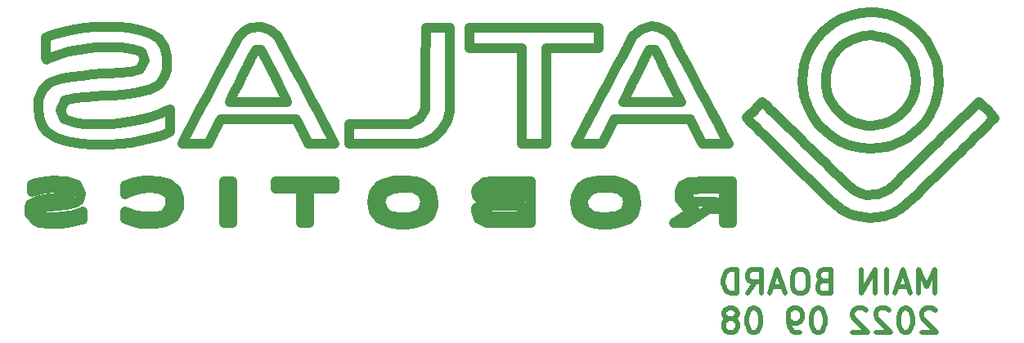
<source format=gbr>
%TF.GenerationSoftware,KiCad,Pcbnew,(6.0.6)*%
%TF.CreationDate,2022-09-09T15:05:40+03:00*%
%TF.ProjectId,main_board,6d61696e-5f62-46f6-9172-642e6b696361,rev?*%
%TF.SameCoordinates,Original*%
%TF.FileFunction,Legend,Bot*%
%TF.FilePolarity,Positive*%
%FSLAX46Y46*%
G04 Gerber Fmt 4.6, Leading zero omitted, Abs format (unit mm)*
G04 Created by KiCad (PCBNEW (6.0.6)) date 2022-09-09 15:05:40*
%MOMM*%
%LPD*%
G01*
G04 APERTURE LIST*
%ADD10C,1.000000*%
%ADD11C,0.500000*%
G04 APERTURE END LIST*
D10*
X100770026Y-50689175D02*
X99517200Y-50689175D01*
X58461542Y-55040722D02*
X58672058Y-54941225D01*
X135243221Y-48798209D02*
X134249428Y-48605450D01*
X134137411Y-48568997D01*
X99517200Y-50689175D02*
X99517200Y-45729225D01*
X142584551Y-45297925D02*
X142681013Y-44332635D01*
X60367854Y-54528433D02*
X59338416Y-54700499D01*
X58672058Y-54941225D01*
X58461542Y-55474993D02*
X58476941Y-55901596D01*
X89491291Y-47117988D02*
X89545864Y-46920434D01*
X136116092Y-58349950D02*
X136444702Y-58307241D01*
X140026359Y-53002276D02*
X139281955Y-53730716D01*
X138988779Y-54018914D01*
X60476244Y-42055115D02*
X59991630Y-42948681D01*
X138365013Y-50637708D02*
X138580662Y-50545295D01*
X96200298Y-57146009D02*
X97247233Y-57108367D01*
X97961439Y-57102657D01*
X63138396Y-56296066D02*
X63136809Y-57239354D01*
X50246312Y-40832824D02*
X50246312Y-39680236D01*
X137594835Y-50915095D02*
X137851560Y-50832217D01*
X88878111Y-57996499D02*
X87985057Y-58268850D01*
X61768172Y-58217910D02*
X60722089Y-58261872D01*
X60343240Y-58239235D01*
X77500353Y-57148408D02*
X77500353Y-58924953D01*
X131700635Y-41570260D02*
X131780066Y-41452619D01*
X87132726Y-59054512D02*
X87564029Y-59045648D01*
X99517200Y-57092259D02*
X97961439Y-57102657D01*
X51838005Y-58994084D02*
X52879769Y-58858099D01*
X53883282Y-58585722D01*
X53927756Y-58567186D01*
X59991630Y-42948681D02*
X59023431Y-43199583D01*
X57888235Y-43326917D01*
X56822940Y-43408299D01*
X56181813Y-43450035D01*
X50289129Y-49434611D02*
X51139709Y-50022814D01*
X131146730Y-45513576D02*
X131086508Y-45297925D01*
X99517194Y-55348474D02*
X97889552Y-55356835D01*
X146826708Y-46338309D02*
X147206663Y-46724116D01*
X81628506Y-50689170D02*
X81628506Y-49672535D01*
X61542258Y-59014536D02*
X62608198Y-58813024D01*
X63499971Y-58308437D01*
X64005015Y-57402607D01*
X50533837Y-44448162D02*
X49867137Y-45129504D01*
X75313048Y-55371864D02*
X74008877Y-55371864D01*
X89551526Y-42787143D02*
X89557188Y-38653851D01*
X69131079Y-54611954D02*
X69572648Y-54611954D01*
X141693162Y-54679944D02*
X142429266Y-53959146D01*
X142730731Y-53663309D01*
X134935151Y-55934751D02*
X134751334Y-55882165D01*
X120897361Y-50682111D02*
X120897361Y-50682111D01*
X118772056Y-57487292D02*
X117692982Y-58206411D01*
X51006192Y-58996872D02*
X51837987Y-58994094D01*
X133127798Y-57789750D02*
X133271565Y-57859344D01*
X64335438Y-50682106D02*
X65350814Y-50688946D01*
X65687747Y-50689170D01*
X70773068Y-39018587D02*
X70185767Y-39629417D01*
X133785015Y-50953999D02*
X134616809Y-51122063D01*
X74008877Y-55371864D02*
X74008877Y-54991909D01*
X105748555Y-58502623D02*
X106722929Y-58912310D01*
X107722170Y-59038864D01*
X97879281Y-56373375D02*
X99517194Y-56380678D01*
X50246312Y-54579635D02*
X49228268Y-54777539D01*
X48940725Y-54871515D01*
X132665690Y-47763844D02*
X131976067Y-47075049D01*
X123136015Y-48391928D02*
X122756060Y-48021151D01*
X123136015Y-48391928D02*
X123866658Y-49107977D01*
X123999030Y-49238166D01*
X88693622Y-50674507D02*
X89475270Y-50493124D01*
X118848685Y-56743085D02*
X120383908Y-56750070D01*
X128742620Y-42515021D02*
X128701403Y-42699864D01*
X74008877Y-54611954D02*
X77058784Y-54611954D01*
X48821210Y-55700471D02*
X49022164Y-55629912D01*
X121287579Y-56768459D02*
X121287579Y-58924958D01*
X139535683Y-38248186D02*
X138639479Y-37745091D01*
X137831023Y-37421017D01*
X137985058Y-57853211D02*
X138210978Y-57742623D01*
X51493674Y-58287691D02*
X50491076Y-58281742D01*
X50061468Y-58247540D01*
X128619171Y-43203046D02*
X128557093Y-44250227D01*
X128622425Y-45072013D01*
X116130625Y-55043103D02*
X115821243Y-55593746D01*
X50615987Y-41820519D02*
X51610421Y-41441055D01*
X52595685Y-41160152D01*
X53662363Y-40933148D01*
X54785597Y-40765944D01*
X55278136Y-40714053D01*
X57106029Y-48645470D02*
X56028430Y-48678662D01*
X54999478Y-48669455D01*
X54230693Y-48636315D01*
X86783579Y-58299745D02*
X85765968Y-58113300D01*
X85239727Y-57793134D01*
X108885127Y-54508936D02*
X107841178Y-54491409D01*
X107444908Y-54509465D01*
X137153264Y-37234263D02*
X136137829Y-37092772D01*
X135612907Y-37086655D01*
X136393357Y-51150852D02*
X137173804Y-51021018D01*
X137831023Y-37421017D02*
X137729360Y-37378006D01*
X108523156Y-59046519D02*
X108523156Y-59046378D01*
X147492022Y-48993614D02*
X148226253Y-48274050D01*
X148459489Y-48024644D01*
X120383903Y-58924958D02*
X120383903Y-58206125D01*
X142441073Y-45985952D02*
X142584551Y-45297925D01*
X88553523Y-54603275D02*
X87489398Y-54490100D01*
X86414097Y-54517311D01*
X86054477Y-54562932D01*
X139325131Y-41262812D02*
X139714068Y-41850983D01*
X128868305Y-46201609D02*
X128909207Y-46319425D01*
X77058784Y-54611954D02*
X80108692Y-54611954D01*
X78804524Y-55371864D02*
X77500353Y-55371864D01*
X52065298Y-48058524D02*
X51725404Y-47189275D01*
X70185767Y-39629417D02*
X69618210Y-40689027D01*
X69025299Y-41805047D01*
X68554060Y-42693388D01*
X68041662Y-43660135D01*
X67504919Y-44673525D01*
X66960642Y-45701795D01*
X66425645Y-46713183D01*
X65916739Y-47675927D01*
X65239078Y-48959353D01*
X64714691Y-49954665D01*
X64335438Y-50682106D01*
X89545864Y-46920434D02*
X89551526Y-42787143D01*
X140244248Y-38790881D02*
X140059405Y-38632980D01*
X104723610Y-40769274D02*
X102022849Y-40769274D01*
X72455175Y-38547525D02*
X71415331Y-38680339D01*
X70773068Y-39018587D01*
X99517200Y-40769274D02*
X96816442Y-40769274D01*
X85239727Y-57793134D02*
X84894362Y-56813265D01*
X84894076Y-56768229D01*
X120383908Y-55369720D02*
X118828148Y-55377367D01*
X139326372Y-56984986D02*
X140069219Y-56275853D01*
X140358186Y-55991060D01*
X137728333Y-57964140D02*
X137985058Y-57853211D01*
X95563616Y-56686655D02*
X95585153Y-56766435D01*
X102022849Y-45729225D02*
X102022849Y-50689175D01*
X139714068Y-41850983D02*
X139773864Y-41960645D01*
X105103565Y-50678891D02*
X106117490Y-50688792D01*
X106453942Y-50689104D01*
X115944872Y-58920109D02*
X115275836Y-58914685D01*
X132306275Y-37889893D02*
X131710668Y-38243961D01*
X126472371Y-51664747D02*
X127224127Y-52402888D01*
X127510993Y-52684665D01*
X81628506Y-48655900D02*
X84683550Y-48655635D01*
X112725639Y-40932503D02*
X113272668Y-40931710D01*
X112867744Y-38539204D02*
X111841548Y-38826180D01*
X111040398Y-39505918D01*
X110954497Y-39624006D01*
X70566573Y-43684305D02*
X71042976Y-42721478D01*
X71510743Y-41784050D01*
X71959906Y-40931710D01*
X120383903Y-57487292D02*
X119577980Y-57487292D01*
X110015591Y-46356949D02*
X110500447Y-45369868D01*
X110946807Y-44463982D01*
X111336875Y-43672957D01*
X117055045Y-57750841D02*
X116188702Y-58317644D01*
X115966036Y-58463282D01*
X87985057Y-58268850D02*
X87132726Y-58315668D01*
X60197931Y-41270255D02*
X60476244Y-42055115D01*
X90809527Y-38653851D02*
X92061869Y-38653851D01*
X110324614Y-56000442D02*
X110477503Y-56665753D01*
X95708255Y-57381379D02*
X96200298Y-57146009D01*
X60972517Y-55269160D02*
X61953013Y-55352750D01*
X142657476Y-50424322D02*
X141934273Y-51131795D01*
X141611485Y-51448926D01*
X119327001Y-54611954D02*
X121287585Y-54611954D01*
X136137642Y-48779384D02*
X135892897Y-48810721D01*
X142164189Y-46797207D02*
X142246218Y-46591824D01*
X58650653Y-58587043D02*
X59610767Y-58899308D01*
X60042978Y-58977161D01*
X73894937Y-43672608D02*
X74349541Y-44594744D01*
X74831207Y-45573112D01*
X75220631Y-46368233D01*
X134519480Y-55814324D02*
X133815823Y-55466600D01*
X109095410Y-48142463D02*
X108449866Y-49415744D01*
X138057022Y-48129818D02*
X137331784Y-48492983D01*
X135892897Y-48810721D02*
X135243303Y-48798206D01*
X80129237Y-50678886D02*
X80129237Y-50678886D01*
X76617216Y-57148408D02*
X76617216Y-55371864D01*
X61870865Y-54559212D02*
X60871125Y-54512721D01*
X60367854Y-54528433D01*
X55278136Y-40714053D02*
X56321163Y-40677907D01*
X57337984Y-40679427D01*
X58030242Y-40703999D01*
X48808642Y-54924392D02*
X48940725Y-54871515D01*
X139852940Y-46142408D02*
X139316524Y-47007266D01*
X138612454Y-47732159D01*
X138057022Y-48129818D01*
X138560125Y-57548736D02*
X138714160Y-57447456D01*
X116904577Y-55516538D02*
X117928017Y-55383156D01*
X118828148Y-55377367D01*
X117547723Y-49415942D02*
X116902701Y-48142711D01*
X58718265Y-57793283D02*
X58476943Y-57675776D01*
X113272668Y-40931710D02*
X113772603Y-41885442D01*
X114263003Y-42869575D01*
X114666001Y-43684202D01*
X85125118Y-50685889D02*
X81628506Y-50689170D01*
X119327001Y-54611954D02*
X118223648Y-54613595D01*
X117176104Y-54637389D01*
X116753365Y-54705518D01*
X140265068Y-49456889D02*
X140459659Y-49272048D01*
X99517200Y-45729225D02*
X99517200Y-40769274D01*
X50246312Y-39680236D02*
X50364406Y-39627465D01*
X134675528Y-55864782D02*
X134607980Y-55846579D01*
X134607980Y-55846579D02*
X134519480Y-55814324D01*
X63136809Y-57239354D02*
X62466226Y-58017124D01*
X61768172Y-58217910D01*
X137579153Y-37341626D02*
X137153264Y-37234263D01*
X105271350Y-57994374D02*
X105748555Y-58502623D01*
X138395821Y-57639793D02*
X138560125Y-57548736D01*
X136774050Y-55803171D02*
X136496047Y-55886015D01*
X107321678Y-55277841D02*
X108351961Y-55227172D01*
X108512888Y-55232206D01*
X94115681Y-39711562D02*
X94115681Y-38653851D01*
X89239317Y-55828135D02*
X89508303Y-56665753D01*
X138988779Y-54018914D02*
X138264877Y-54730160D01*
X137517033Y-55401324D01*
X137341208Y-55519078D01*
X121287585Y-56768454D02*
X121287579Y-56768459D01*
X143694650Y-49407610D02*
X142957868Y-50130923D01*
X142657476Y-50424322D01*
X131465704Y-41964241D02*
X131582851Y-41755104D01*
X141144228Y-48533377D02*
X141727157Y-47689732D01*
X141750325Y-47649539D01*
X112998752Y-46376173D02*
X111892085Y-46375149D01*
X110812403Y-46371020D01*
X110015591Y-46356938D01*
X102022849Y-50689175D02*
X100770026Y-50689175D01*
X121287585Y-54611954D02*
X121287585Y-56768454D01*
X137471605Y-58061499D02*
X137728333Y-57964140D01*
X134450085Y-58247210D02*
X134522573Y-58262503D01*
X142567287Y-42853892D02*
X142409275Y-42165864D01*
X137173804Y-51021018D02*
X137327839Y-50987355D01*
X132536258Y-37773720D02*
X132306275Y-37889893D01*
X88693612Y-50674512D02*
X88693612Y-50674512D01*
X61886126Y-39791818D02*
X61032820Y-39227050D01*
X59966955Y-38880108D01*
X58903606Y-38704612D01*
X57805841Y-38613213D01*
X90398121Y-56768443D02*
X90223738Y-55778657D01*
X90077435Y-55509561D01*
X137255957Y-58126155D02*
X137471605Y-58061499D01*
X86742503Y-59039113D02*
X87132726Y-59054512D01*
X108112396Y-59054660D02*
X108523156Y-59046378D01*
X137662330Y-37359962D02*
X137579153Y-37341626D01*
X105873743Y-56768443D02*
X105924006Y-56246282D01*
X136393357Y-55915723D02*
X136146897Y-55967528D01*
X52098961Y-54547798D02*
X51084290Y-54537431D01*
X50246312Y-54579635D01*
X107722170Y-59038864D02*
X108112396Y-59054660D01*
X141779676Y-40670098D02*
X141681915Y-40492731D01*
X120383903Y-58206125D02*
X120383903Y-57487292D01*
X115046519Y-39629600D02*
X114459731Y-39018579D01*
X74008877Y-54991909D02*
X74008877Y-54611954D01*
X129511655Y-40579613D02*
X129074538Y-41486502D01*
X128889009Y-41991300D01*
X87564029Y-59045648D02*
X87564029Y-59045648D01*
X49355330Y-57702935D02*
X49582109Y-57315540D01*
X110116636Y-57793547D02*
X109199311Y-58224677D01*
X109015458Y-58258153D01*
X51139709Y-50022814D02*
X52102579Y-50376331D01*
X52821274Y-50534889D01*
X56900646Y-50749315D02*
X56900646Y-50749315D01*
X137000972Y-58206019D02*
X137255957Y-58126155D01*
X77428476Y-50689016D02*
X76782932Y-49415738D01*
X107444908Y-54509465D02*
X106444994Y-54699674D01*
X106038047Y-54863649D01*
X139994900Y-42453400D02*
X140224645Y-43254384D01*
X75220631Y-46368233D02*
X74130333Y-46374352D01*
X73118428Y-46375812D01*
X72232337Y-46376171D01*
X60983894Y-45063985D02*
X61880949Y-44586430D01*
X62077396Y-44407271D01*
X54004773Y-58534179D02*
X53927756Y-58567186D01*
X88922492Y-48085781D02*
X88030793Y-48592295D01*
X87923880Y-48617123D01*
X132696498Y-40468617D02*
X133587534Y-39915387D01*
X134561710Y-39564532D01*
X134822192Y-39516300D01*
X111336875Y-43672957D02*
X111831033Y-42673185D01*
X112298220Y-41736116D01*
X112725639Y-40932503D01*
X52821274Y-50534889D02*
X53935303Y-50679318D01*
X54982696Y-50746863D01*
X56084823Y-50767323D01*
X56900646Y-50749315D01*
X137341208Y-55519078D02*
X136774050Y-55803171D01*
X94858504Y-56146709D02*
X95563616Y-56686655D01*
X124415246Y-46334835D02*
X124776860Y-46691538D01*
X92061869Y-38653851D02*
X92061869Y-42864970D01*
X138426627Y-40379014D02*
X139177566Y-41087701D01*
X139325131Y-41262812D01*
X94793096Y-55560636D02*
X94858504Y-56146709D01*
X89978576Y-58163316D02*
X90367586Y-57232570D01*
X90398121Y-56768443D01*
X48510428Y-57992016D02*
X49181568Y-58746148D01*
X49527449Y-58861890D01*
X86783579Y-58299740D02*
X86783579Y-58299740D01*
X84811923Y-55008813D02*
X84196941Y-55744751D01*
X136496047Y-55886015D02*
X136393357Y-55915723D01*
X136146897Y-55967528D02*
X135185568Y-55989250D01*
X55298684Y-38613039D02*
X54213324Y-38699441D01*
X53193100Y-38835560D01*
X52095723Y-39055031D01*
X51110345Y-39337374D01*
X50364406Y-39627465D01*
X49512410Y-56512734D02*
X48627744Y-56990543D01*
X48510163Y-57276424D01*
X76617216Y-55371864D02*
X75313048Y-55371864D01*
X131259927Y-56357704D02*
X132011096Y-57063949D01*
X132316551Y-57305222D01*
X89508303Y-56665753D02*
X89258414Y-57669185D01*
X88878111Y-57996499D01*
X138714160Y-57447456D02*
X139326372Y-56984986D01*
X99517194Y-56380678D02*
X99517194Y-55864576D01*
X85261267Y-55742786D02*
X86182247Y-55306315D01*
X87204611Y-55226303D01*
X48808642Y-55312430D02*
X48808642Y-54924392D01*
X117404192Y-57480537D02*
X117055045Y-57750841D01*
X63062075Y-48293751D02*
X63062075Y-49452185D01*
X131582851Y-41755104D02*
X131700635Y-41570260D01*
X60343240Y-58239235D02*
X59318944Y-58026450D01*
X58718265Y-57793283D01*
X95700252Y-55823034D02*
X95770157Y-55585644D01*
X53997339Y-57754280D02*
X53838168Y-57817124D01*
X128701403Y-42699864D02*
X128619171Y-43203046D01*
X49424947Y-46967707D02*
X49521993Y-47996441D01*
X49901505Y-48952896D01*
X50289129Y-49434611D01*
X53008149Y-55792892D02*
X52102530Y-56279555D01*
X51622367Y-56316082D01*
X114666001Y-43684202D02*
X115119598Y-44603192D01*
X115600197Y-45578002D01*
X115988756Y-46369559D01*
X145243196Y-51200273D02*
X145962941Y-50496374D01*
X146331715Y-50133479D01*
X72496889Y-40919883D02*
X72997163Y-41860921D01*
X73449275Y-42770367D01*
X73894937Y-43672608D01*
X131710668Y-38243961D02*
X130981567Y-38799806D01*
X117116344Y-57439733D02*
X117404192Y-57480537D01*
X136444702Y-58307241D02*
X136720937Y-58264693D01*
X108449866Y-49415744D02*
X107804323Y-50689022D01*
X140224645Y-43254384D02*
X140294572Y-44253844D01*
X140222264Y-45010391D01*
X87564029Y-59045656D02*
X88568568Y-58930070D01*
X89534442Y-58562253D01*
X89978576Y-58163316D01*
X110954497Y-39624006D02*
X110389116Y-40678701D01*
X109796532Y-41793914D01*
X109325294Y-42682199D01*
X108812756Y-43649209D01*
X108275761Y-44663127D01*
X107731147Y-45692132D01*
X107195756Y-46704407D01*
X106686428Y-47668132D01*
X106008144Y-48953085D01*
X105483229Y-49949821D01*
X105103565Y-50678891D01*
X87204611Y-55226303D02*
X88217291Y-55304394D01*
X88615181Y-55413065D01*
X69572648Y-54611954D02*
X69572648Y-56768454D01*
X96079048Y-56320842D02*
X96079048Y-56320842D01*
X111369300Y-56777285D02*
X111196606Y-55780204D01*
X111018748Y-55466516D01*
X118192743Y-50689175D02*
X117547723Y-49415942D01*
X53889796Y-55875046D02*
X53482595Y-54923885D01*
X52444338Y-54583082D01*
X52098961Y-54547798D01*
X68689511Y-54611954D02*
X69131079Y-54611954D01*
X63062075Y-49452185D02*
X62800214Y-49570210D01*
X129705664Y-54834987D02*
X130442985Y-55558387D01*
X130630525Y-55741561D01*
X133494389Y-57958690D02*
X133695911Y-58041827D01*
X98329559Y-54611954D02*
X100400339Y-54611954D01*
X58476943Y-57675776D02*
X58461545Y-58081845D01*
X134751334Y-55882165D02*
X134675528Y-55864782D01*
X124041369Y-46720063D02*
X124415246Y-46334835D01*
X53838168Y-57817124D02*
X52849935Y-58106140D01*
X51816966Y-58262624D01*
X51493674Y-58287691D01*
X132511655Y-54272483D02*
X131788773Y-53562559D01*
X131536096Y-53316411D01*
X114459731Y-39018579D02*
X113539815Y-38600522D01*
X112867744Y-38539204D01*
X131525825Y-49884477D02*
X132379401Y-50405617D01*
X133014837Y-50699676D01*
X95620020Y-54705217D02*
X94836827Y-55365025D01*
X94793096Y-55560636D01*
X60042978Y-58977161D02*
X61085071Y-59020956D01*
X61542260Y-59014528D01*
X130962411Y-43619318D02*
X131144950Y-42751202D01*
X62756261Y-41672948D02*
X62492376Y-40656932D01*
X61886126Y-39791818D01*
X58650653Y-58587043D02*
X58461545Y-58495000D01*
X89557188Y-38653851D02*
X90809527Y-38653851D01*
X133695911Y-58041827D02*
X134052011Y-58148753D01*
X58810689Y-45501569D02*
X59834825Y-45348876D01*
X60841359Y-45111536D01*
X60983894Y-45063985D01*
X128909207Y-46319425D02*
X128927754Y-46384039D01*
X134522573Y-58262503D02*
X135543561Y-58359141D01*
X136116092Y-58349958D01*
X72233745Y-48142582D02*
X68330098Y-48142706D01*
X76617216Y-58924953D02*
X76617216Y-57148408D01*
X134616809Y-51122063D02*
X135637058Y-51175086D01*
X136393354Y-51150860D01*
X141386087Y-40050441D02*
X140723107Y-39249826D01*
X140244248Y-38790881D01*
X138026135Y-50771328D02*
X138365013Y-50637708D01*
X130962493Y-44649910D02*
X130959841Y-43638587D01*
X130962411Y-43619318D01*
X53720449Y-56522756D02*
X53889796Y-55875046D01*
X102022849Y-40769274D02*
X102022849Y-45729225D01*
X49582109Y-57315540D02*
X50608158Y-57169935D01*
X51375905Y-57117436D01*
X81628506Y-49672535D02*
X81628506Y-48655900D01*
X107804323Y-50689022D02*
X106453942Y-50689104D01*
X133148335Y-50751236D02*
X133785015Y-50953999D01*
X128742607Y-45739501D02*
X128806263Y-45985960D01*
X142409275Y-42165864D02*
X142306188Y-41847525D01*
X99517194Y-55864576D02*
X99517194Y-55348474D01*
X77058784Y-58924953D02*
X76617216Y-58924953D01*
X133014837Y-50699676D02*
X133148335Y-50751236D01*
X96120238Y-55398901D02*
X97210271Y-55360906D01*
X97889552Y-55356835D01*
X78778856Y-50689098D02*
X79819879Y-50685404D01*
X80129237Y-50678886D01*
X92040067Y-47275526D02*
X92055764Y-46215057D01*
X92059764Y-45115589D01*
X92061344Y-44090965D01*
X92061869Y-42864970D01*
X69244043Y-46369635D02*
X69244043Y-46369635D01*
X137729360Y-37378006D02*
X137662330Y-37359962D01*
X136804834Y-58247204D02*
X137000972Y-58206019D01*
X128701655Y-45554660D02*
X128742607Y-45739501D01*
X69572648Y-56768454D02*
X69572648Y-58924953D01*
X57805841Y-38613213D02*
X56742920Y-38593251D01*
X55671023Y-38600752D01*
X55298684Y-38613039D01*
X94115681Y-40769274D02*
X94115681Y-39711562D01*
X94115681Y-38653851D02*
X100770026Y-38653851D01*
X51837987Y-58994094D02*
X51837987Y-58994094D01*
X120383908Y-56750070D02*
X120383908Y-56059894D01*
X136773391Y-48676360D02*
X136137642Y-48779384D01*
X56900646Y-50749304D02*
X57963674Y-50680716D01*
X58993421Y-50565495D01*
X60166924Y-50369322D01*
X61251413Y-50114210D01*
X62224476Y-49804636D01*
X62800214Y-49570210D01*
X129113341Y-46879366D02*
X129623205Y-47859773D01*
X130269379Y-48739744D01*
X131043521Y-49508888D01*
X131525825Y-49884477D01*
X115275836Y-58914685D02*
X115966036Y-58463282D01*
X128660761Y-53811364D02*
X129402366Y-54537243D01*
X129705664Y-54834987D01*
X142196288Y-41544588D02*
X142122755Y-41364880D01*
X116613905Y-58925533D02*
X115944872Y-58920109D01*
X127510993Y-52684665D02*
X128242534Y-53402460D01*
X128660761Y-53811364D01*
X99517200Y-57650299D02*
X99517200Y-57092259D01*
X61953013Y-55352750D02*
X62884573Y-55802444D01*
X63138396Y-56296066D01*
X74278275Y-39624012D02*
X73548530Y-38918904D01*
X72595580Y-38565909D01*
X72455175Y-38547525D01*
X77500353Y-58924953D02*
X77058784Y-58924953D01*
X62851562Y-47247137D02*
X61900917Y-47661059D01*
X60899569Y-47979874D01*
X59772244Y-48254239D01*
X58768144Y-48441239D01*
X57732270Y-48583813D01*
X57106029Y-48645470D01*
X142348273Y-46283754D02*
X142441073Y-45985952D01*
X105924006Y-56246282D02*
X106622115Y-55479213D01*
X107321678Y-55277841D01*
X136023670Y-39471958D02*
X137039330Y-39667654D01*
X137115603Y-39693010D01*
X134137411Y-48568997D02*
X133191216Y-48135296D01*
X132665690Y-47763844D01*
X51779945Y-55248028D02*
X52792878Y-55404992D01*
X53008149Y-55792892D01*
X68330098Y-48142706D02*
X67685076Y-49415937D01*
X58769607Y-55755848D02*
X59740455Y-55406931D01*
X60745448Y-55273462D01*
X60972517Y-55269160D01*
X140358186Y-55991060D02*
X141095845Y-55265436D01*
X141693162Y-54679944D01*
X97848481Y-58200590D02*
X99517200Y-58208342D01*
X52213343Y-46224477D02*
X53243716Y-45974265D01*
X54302608Y-45861433D01*
X55414882Y-45775295D01*
X56089391Y-45729682D01*
X130563014Y-52364760D02*
X129825974Y-51641401D01*
X129545893Y-51366945D01*
X54004773Y-58144229D02*
X53997339Y-57754280D01*
X89475270Y-50493124D02*
X90450864Y-49993425D01*
X91227858Y-49260071D01*
X91769757Y-48338844D01*
X92040067Y-47275526D01*
X97848481Y-58200590D02*
X96843296Y-58193987D01*
X96055421Y-58162718D01*
X119545052Y-50689175D02*
X120587561Y-50686603D01*
X120897361Y-50682111D01*
X95008306Y-58485983D02*
X95851144Y-58867959D01*
X95770157Y-55585644D02*
X96120238Y-55398901D01*
X142730731Y-53663309D02*
X143496206Y-52910911D01*
X144260211Y-52161032D01*
X145018598Y-51418685D01*
X145243196Y-51200273D01*
X56181813Y-43450035D02*
X54990108Y-43532235D01*
X53971044Y-43620611D01*
X52914192Y-43744326D01*
X51920549Y-43919926D01*
X50872660Y-44259882D01*
X50533837Y-44448162D01*
X104973869Y-56778571D02*
X105164906Y-57794644D01*
X105271350Y-57994374D01*
X117692982Y-58206411D02*
X116613905Y-58925533D01*
X131780066Y-41452619D02*
X132443357Y-40695988D01*
X132696498Y-40468617D01*
X120383908Y-56059894D02*
X120383908Y-55369720D01*
X51725404Y-47189275D02*
X52153747Y-46257414D01*
X52213343Y-46224477D01*
X50271976Y-41974099D02*
X50615987Y-41820519D01*
X96055421Y-58162712D02*
X95686173Y-57908787D01*
X76137389Y-48142460D02*
X72233745Y-48142582D01*
X100400334Y-58926702D02*
X98238699Y-58919214D01*
X96816442Y-40769274D02*
X94115681Y-40769274D01*
X140459659Y-49272048D02*
X141144228Y-48533377D01*
X119577980Y-57487292D02*
X118772056Y-57487292D01*
X132717260Y-37688569D02*
X132536258Y-37773720D01*
X128889009Y-41991300D02*
X128742620Y-42515021D01*
X108523156Y-59046519D02*
X109530008Y-58933302D01*
X110512707Y-58553856D01*
X111088014Y-57961531D01*
X87132726Y-58315668D02*
X86783579Y-58299740D01*
X133815823Y-55466600D02*
X133012110Y-54763171D01*
X132511655Y-54272483D01*
X128806263Y-45985960D02*
X128868305Y-46201609D01*
X68689511Y-58924953D02*
X68689511Y-56768454D01*
X141611485Y-51448926D02*
X140886470Y-52161744D01*
X140165750Y-52866228D01*
X140026359Y-53002276D01*
X138210978Y-57742623D02*
X138395821Y-57639793D01*
X140159997Y-45278726D02*
X140141635Y-45333620D01*
X112999054Y-48142587D02*
X109095410Y-48142463D01*
X107424368Y-38653851D02*
X107424368Y-39711562D01*
X111088014Y-57961531D02*
X111365064Y-56959049D01*
X111369300Y-56777285D01*
X95638517Y-57633154D02*
X95708255Y-57381379D01*
X116753365Y-54705518D02*
X116130625Y-55043103D01*
X68689511Y-56768454D02*
X68689511Y-54611954D01*
X71959906Y-40931710D02*
X72496889Y-40919883D01*
X99517200Y-58208342D02*
X99517200Y-57650299D01*
X98329559Y-54611954D02*
X97298624Y-54613112D01*
X96285107Y-54625993D01*
X95620020Y-54705217D01*
X49867137Y-45129504D02*
X49496438Y-46121515D01*
X49424947Y-46967707D01*
X72232337Y-46376171D02*
X71207595Y-46375773D01*
X70121854Y-46374252D01*
X69244043Y-46369635D01*
X134052011Y-58148753D02*
X134450085Y-58247210D01*
X100400339Y-56769332D02*
X100400334Y-58926702D01*
X80129237Y-50678899D02*
X79595147Y-49656222D01*
X79012791Y-48551477D01*
X78296010Y-47194312D01*
X77771543Y-46202334D01*
X77229433Y-45177716D01*
X76686520Y-44152277D01*
X76159646Y-43157837D01*
X75665650Y-42226214D01*
X75023143Y-41016164D01*
X74549342Y-40126434D01*
X74278275Y-39624012D01*
X137851560Y-50832217D02*
X138026135Y-50771328D01*
X108512888Y-55232206D02*
X109510972Y-55387732D01*
X110324614Y-56000442D01*
X51622367Y-56316082D02*
X50576952Y-56386246D01*
X49549006Y-56505480D01*
X49512410Y-56512734D01*
X133271565Y-57859344D02*
X133494389Y-57958690D01*
X63062075Y-47135318D02*
X63062075Y-48293751D01*
X135185568Y-55989250D02*
X134935151Y-55934751D01*
X142306188Y-41847525D02*
X142196288Y-41544588D01*
X86054477Y-54562932D02*
X85095813Y-54849304D01*
X84811923Y-55008813D01*
X54230693Y-48636315D02*
X53191793Y-48514469D01*
X52208245Y-48171993D01*
X52065298Y-48058524D01*
X142122755Y-41364880D02*
X141779676Y-40670098D01*
X107752978Y-58299740D02*
X107752978Y-58299740D01*
X107424368Y-40769274D02*
X104723610Y-40769274D01*
X62851562Y-47247137D02*
X63062075Y-47135318D01*
X140141635Y-45333620D02*
X140121553Y-45440233D01*
X131300503Y-45934607D02*
X131206693Y-45708688D01*
X95686173Y-57908787D02*
X95638517Y-57633154D01*
X139773864Y-41960645D02*
X139956231Y-42360978D01*
X139974728Y-45851176D02*
X139936260Y-45950755D01*
X141681915Y-40492731D02*
X141386087Y-40050441D01*
X130981567Y-38799806D02*
X130774922Y-38994917D01*
X106012390Y-57525434D02*
X105873743Y-56768443D01*
X122756060Y-48021151D02*
X123211773Y-47563221D01*
X97879281Y-56373375D02*
X96855967Y-56367710D01*
X96079048Y-56320842D01*
X136720937Y-58264693D02*
X136804834Y-58247204D01*
X132632276Y-57514999D02*
X132891610Y-57670344D01*
X133322608Y-37449751D02*
X132856962Y-37629321D01*
X67685076Y-49415937D02*
X67040056Y-50689170D01*
X121287579Y-58924958D02*
X120835740Y-58924958D01*
X115821243Y-55593746D02*
X115821468Y-56466829D01*
X132316551Y-57305222D02*
X132417241Y-57382239D01*
X109015458Y-58258153D02*
X108102125Y-58315668D01*
X88615181Y-55413065D02*
X89239317Y-55828135D01*
X123999030Y-49238166D02*
X124740973Y-49966899D01*
X125501402Y-50713008D01*
X126254851Y-51451736D01*
X126472371Y-51664747D01*
X146331715Y-50133479D02*
X147072809Y-49404380D01*
X147492022Y-48993614D01*
X76782932Y-49415738D02*
X76137389Y-48142460D01*
X137327839Y-50987355D02*
X137451068Y-50956820D01*
X137331784Y-48492983D02*
X136773391Y-48676360D01*
X62077396Y-44407271D02*
X62610475Y-43545936D01*
X62747054Y-42946311D01*
X129545893Y-51366945D02*
X128830200Y-50666130D01*
X128434550Y-50278425D01*
X49527449Y-58861890D02*
X50550804Y-58989955D01*
X51006192Y-58996872D01*
X110477503Y-56665753D02*
X110234987Y-57657118D01*
X110116636Y-57793547D01*
X80108692Y-55371864D02*
X78804524Y-55371864D01*
X58461545Y-58495000D02*
X58461545Y-58081845D01*
X140059405Y-38632980D02*
X139535683Y-38248186D01*
X116902701Y-48142711D02*
X112999054Y-48142587D01*
X140222264Y-45010391D02*
X140189477Y-45190229D01*
X94736266Y-57681126D02*
X95008306Y-58485983D01*
X140121553Y-45440233D02*
X139974728Y-45851176D01*
X84152126Y-57699752D02*
X84783954Y-58506422D01*
X116655183Y-56158528D02*
X116904577Y-55516538D01*
X117151989Y-56690909D02*
X116655183Y-56158528D01*
X58030242Y-40703999D02*
X59098492Y-40827643D01*
X60066770Y-41160642D01*
X60197931Y-41270255D01*
X135243303Y-48798206D02*
X135243303Y-48798206D01*
X130774922Y-38994917D02*
X130092690Y-39730168D01*
X130074572Y-39752647D01*
X80108692Y-54611954D02*
X80108692Y-54991909D01*
X95851144Y-58867959D02*
X96898268Y-58913418D01*
X98047255Y-58918545D01*
X98238699Y-58919214D01*
X139956231Y-42360978D02*
X139994900Y-42453400D01*
X132486517Y-57425684D02*
X132632276Y-57514999D01*
X84196941Y-55744751D02*
X83993611Y-56777712D01*
X84152126Y-57699752D01*
X111018748Y-55466516D02*
X110208974Y-54817445D01*
X109175243Y-54542069D01*
X108885127Y-54508936D01*
X124041369Y-46720063D02*
X123337139Y-47436943D01*
X123211773Y-47563221D01*
X90077435Y-55509561D02*
X89278706Y-54837806D01*
X88553523Y-54603275D01*
X61542260Y-59014528D02*
X61542260Y-59014528D01*
X100400339Y-54611954D02*
X100400339Y-56769332D01*
X58461542Y-55474993D02*
X58461542Y-55040722D01*
X142681013Y-44332635D02*
X142638116Y-43317898D01*
X142567287Y-42853892D01*
X119545052Y-50689175D02*
X118192743Y-50689175D01*
X146457025Y-46697737D02*
X145692937Y-47444751D01*
X144901913Y-48220563D01*
X144110842Y-48997836D01*
X143694650Y-49407610D01*
X95585153Y-56766435D02*
X94791120Y-57339379D01*
X62747054Y-42946311D02*
X62774569Y-41914256D01*
X62756261Y-41672948D01*
X58476941Y-55901596D02*
X58769607Y-55755848D01*
X77500353Y-55371864D02*
X77500353Y-57148408D01*
X56089391Y-45729682D02*
X57131562Y-45659274D01*
X58183031Y-45571135D01*
X58810689Y-45501569D01*
X131206693Y-45708688D02*
X131146730Y-45513576D01*
X105558190Y-55195961D02*
X105050403Y-56066802D01*
X104973869Y-56778571D01*
X69572648Y-58924953D02*
X69131079Y-58924953D01*
X134822192Y-39516300D02*
X135847446Y-39458645D01*
X136023670Y-39471958D01*
X48510163Y-57276424D02*
X48510428Y-57992016D01*
X136393354Y-51150860D02*
X136393354Y-51150860D01*
X89491291Y-47117988D02*
X88999751Y-48007983D01*
X88922492Y-48085781D01*
X146457025Y-46697737D02*
X146826708Y-46338309D01*
X128622425Y-45072013D02*
X128701655Y-45554660D01*
X67040056Y-50689170D02*
X65687747Y-50689170D01*
X120897361Y-50682100D02*
X120363795Y-49661351D01*
X119781958Y-48558045D01*
X119065749Y-47202381D01*
X118541648Y-46211344D01*
X117999860Y-45187554D01*
X117457199Y-44162773D01*
X116930481Y-43168763D01*
X116436517Y-42237288D01*
X115793769Y-41026806D01*
X115319298Y-40135688D01*
X115046519Y-39629600D01*
X87923880Y-48617123D02*
X86815575Y-48653439D01*
X85647890Y-48655395D01*
X84683550Y-48655635D01*
X48808642Y-55312430D02*
X48821210Y-55700471D01*
X78778856Y-50689098D02*
X77428476Y-50689016D01*
X96055421Y-58162718D02*
X96055421Y-58162718D01*
X126099756Y-47984506D02*
X125372434Y-47273212D01*
X125360383Y-47261609D01*
X100770026Y-38653851D02*
X107424368Y-38653851D01*
X69131079Y-58924953D02*
X68689511Y-58924953D01*
X80108692Y-54991909D02*
X80108692Y-55371864D01*
X54004773Y-58144229D02*
X54004773Y-58534179D01*
X131976067Y-47075049D02*
X131432993Y-46222086D01*
X131300503Y-45934607D01*
X107424368Y-39711562D02*
X107424368Y-40769274D01*
X84894076Y-56768229D02*
X85212929Y-55792857D01*
X85261267Y-55742786D01*
X51375905Y-57117436D02*
X52374303Y-57034563D01*
X53378671Y-56804656D01*
X53720449Y-56522756D01*
X128927754Y-46384039D02*
X129113341Y-46879366D01*
X131144950Y-42751202D02*
X131465704Y-41964241D01*
X49022164Y-55629912D02*
X50053618Y-55356155D01*
X51127897Y-55245558D01*
X51779945Y-55248028D01*
X128434550Y-50278425D02*
X127683876Y-49542419D01*
X126928573Y-48800339D01*
X126199403Y-48082623D01*
X126099756Y-47984506D01*
X63749311Y-55532754D02*
X62980034Y-54870474D01*
X61959103Y-54572899D01*
X61870865Y-54559212D01*
X136116092Y-58349958D02*
X136116092Y-58349958D01*
X137115603Y-39693010D02*
X138039923Y-40119497D01*
X138426627Y-40379014D01*
X133518021Y-37381975D02*
X133322608Y-37449751D01*
X117151989Y-56690909D02*
X117151989Y-56690909D01*
X120835740Y-58924958D02*
X120383903Y-58924958D01*
X94791120Y-57339379D02*
X94736266Y-57681126D01*
X69244043Y-46369659D02*
X69726575Y-45387240D01*
X70174414Y-44478929D01*
X70566573Y-43684305D01*
X125360383Y-47261609D02*
X124776860Y-46691538D01*
X84783954Y-58506422D02*
X85754528Y-58910394D01*
X86742503Y-59039113D01*
X132417241Y-57382239D02*
X132486517Y-57425684D01*
X138580662Y-50545295D02*
X139465700Y-50057008D01*
X139545955Y-50004238D01*
X139545955Y-50004238D02*
X140265068Y-49456889D01*
X96079048Y-56320842D02*
X95700252Y-55823034D01*
X135612907Y-37086655D02*
X134593950Y-37135145D01*
X133853579Y-37287228D01*
X64005015Y-57402607D02*
X64046963Y-56350088D01*
X63749311Y-55532754D01*
X108102125Y-58315668D02*
X107752978Y-58299740D01*
X137451068Y-50956820D02*
X137594835Y-50915095D01*
X106038047Y-54863649D02*
X105558190Y-55195961D01*
X131086508Y-45297925D02*
X130962493Y-44649910D01*
X131536096Y-53316411D02*
X130789823Y-52587336D01*
X130563014Y-52364760D01*
X115821468Y-56466829D02*
X116478873Y-57260974D01*
X117116344Y-57439733D01*
X110015591Y-46356938D02*
X110015591Y-46356938D01*
X107752978Y-58299745D02*
X106750596Y-58118225D01*
X106012390Y-57525434D01*
X140189477Y-45190229D02*
X140159997Y-45278726D01*
X132891610Y-57670344D02*
X133127798Y-57789750D01*
X115988756Y-46369559D02*
X114897835Y-46374662D01*
X113885350Y-46375875D01*
X112998752Y-46376173D01*
X132856962Y-37629321D02*
X132717260Y-37688569D01*
X130074572Y-39752647D02*
X129511655Y-40579613D01*
X148459489Y-48024644D02*
X147727239Y-47253861D01*
X147206663Y-46724116D01*
X141750325Y-47649539D02*
X142164189Y-46797207D01*
X85125118Y-50685889D02*
X86165181Y-50684532D01*
X87228092Y-50682292D01*
X88235790Y-50678747D01*
X88693612Y-50674512D01*
X130630525Y-55741561D02*
X131259927Y-56357704D01*
X142246218Y-46591824D02*
X142348273Y-46283754D01*
X139936260Y-45950755D02*
X139852940Y-46142408D01*
X118848685Y-56743085D02*
X117818799Y-56736877D01*
X117151989Y-56690909D01*
X50061468Y-58247540D02*
X49355330Y-57702935D01*
X133853579Y-37287228D02*
X133518021Y-37381975D01*
X50246312Y-40832824D02*
X50253968Y-41834744D01*
X50271976Y-41974099D01*
D11*
X142261657Y-66225252D02*
X142261657Y-63725252D01*
X141428323Y-65510966D01*
X140594990Y-63725252D01*
X140594990Y-66225252D01*
X139523561Y-65510966D02*
X138333085Y-65510966D01*
X139761657Y-66225252D02*
X138928323Y-63725252D01*
X138094990Y-66225252D01*
X137261657Y-66225252D02*
X137261657Y-63725252D01*
X136071180Y-66225252D02*
X136071180Y-63725252D01*
X134642609Y-66225252D01*
X134642609Y-63725252D01*
X130714038Y-64915728D02*
X130356895Y-65034776D01*
X130237847Y-65153823D01*
X130118800Y-65391919D01*
X130118800Y-65749061D01*
X130237847Y-65987157D01*
X130356895Y-66106204D01*
X130594990Y-66225252D01*
X131547371Y-66225252D01*
X131547371Y-63725252D01*
X130714038Y-63725252D01*
X130475942Y-63844300D01*
X130356895Y-63963347D01*
X130237847Y-64201442D01*
X130237847Y-64439538D01*
X130356895Y-64677633D01*
X130475942Y-64796680D01*
X130714038Y-64915728D01*
X131547371Y-64915728D01*
X128571180Y-63725252D02*
X128094990Y-63725252D01*
X127856895Y-63844300D01*
X127618800Y-64082395D01*
X127499752Y-64558585D01*
X127499752Y-65391919D01*
X127618800Y-65868109D01*
X127856895Y-66106204D01*
X128094990Y-66225252D01*
X128571180Y-66225252D01*
X128809276Y-66106204D01*
X129047371Y-65868109D01*
X129166419Y-65391919D01*
X129166419Y-64558585D01*
X129047371Y-64082395D01*
X128809276Y-63844300D01*
X128571180Y-63725252D01*
X126547371Y-65510966D02*
X125356895Y-65510966D01*
X126785466Y-66225252D02*
X125952133Y-63725252D01*
X125118800Y-66225252D01*
X122856895Y-66225252D02*
X123690228Y-65034776D01*
X124285466Y-66225252D02*
X124285466Y-63725252D01*
X123333085Y-63725252D01*
X123094990Y-63844300D01*
X122975942Y-63963347D01*
X122856895Y-64201442D01*
X122856895Y-64558585D01*
X122975942Y-64796680D01*
X123094990Y-64915728D01*
X123333085Y-65034776D01*
X124285466Y-65034776D01*
X121785466Y-66225252D02*
X121785466Y-63725252D01*
X121190228Y-63725252D01*
X120833085Y-63844300D01*
X120594990Y-64082395D01*
X120475942Y-64320490D01*
X120356895Y-64796680D01*
X120356895Y-65153823D01*
X120475942Y-65630014D01*
X120594990Y-65868109D01*
X120833085Y-66106204D01*
X121190228Y-66225252D01*
X121785466Y-66225252D01*
X142321180Y-67988347D02*
X142202133Y-67869300D01*
X141964038Y-67750252D01*
X141368800Y-67750252D01*
X141130704Y-67869300D01*
X141011657Y-67988347D01*
X140892609Y-68226442D01*
X140892609Y-68464538D01*
X141011657Y-68821680D01*
X142440228Y-70250252D01*
X140892609Y-70250252D01*
X139344990Y-67750252D02*
X139106895Y-67750252D01*
X138868800Y-67869300D01*
X138749752Y-67988347D01*
X138630704Y-68226442D01*
X138511657Y-68702633D01*
X138511657Y-69297871D01*
X138630704Y-69774061D01*
X138749752Y-70012157D01*
X138868800Y-70131204D01*
X139106895Y-70250252D01*
X139344990Y-70250252D01*
X139583085Y-70131204D01*
X139702133Y-70012157D01*
X139821180Y-69774061D01*
X139940228Y-69297871D01*
X139940228Y-68702633D01*
X139821180Y-68226442D01*
X139702133Y-67988347D01*
X139583085Y-67869300D01*
X139344990Y-67750252D01*
X137559276Y-67988347D02*
X137440228Y-67869300D01*
X137202133Y-67750252D01*
X136606895Y-67750252D01*
X136368800Y-67869300D01*
X136249752Y-67988347D01*
X136130704Y-68226442D01*
X136130704Y-68464538D01*
X136249752Y-68821680D01*
X137678323Y-70250252D01*
X136130704Y-70250252D01*
X135178323Y-67988347D02*
X135059276Y-67869300D01*
X134821180Y-67750252D01*
X134225942Y-67750252D01*
X133987847Y-67869300D01*
X133868800Y-67988347D01*
X133749752Y-68226442D01*
X133749752Y-68464538D01*
X133868800Y-68821680D01*
X135297371Y-70250252D01*
X133749752Y-70250252D01*
X130297371Y-67750252D02*
X130059276Y-67750252D01*
X129821180Y-67869300D01*
X129702133Y-67988347D01*
X129583085Y-68226442D01*
X129464038Y-68702633D01*
X129464038Y-69297871D01*
X129583085Y-69774061D01*
X129702133Y-70012157D01*
X129821180Y-70131204D01*
X130059276Y-70250252D01*
X130297371Y-70250252D01*
X130535466Y-70131204D01*
X130654514Y-70012157D01*
X130773561Y-69774061D01*
X130892609Y-69297871D01*
X130892609Y-68702633D01*
X130773561Y-68226442D01*
X130654514Y-67988347D01*
X130535466Y-67869300D01*
X130297371Y-67750252D01*
X128273561Y-70250252D02*
X127797371Y-70250252D01*
X127559276Y-70131204D01*
X127440228Y-70012157D01*
X127202133Y-69655014D01*
X127083085Y-69178823D01*
X127083085Y-68226442D01*
X127202133Y-67988347D01*
X127321180Y-67869300D01*
X127559276Y-67750252D01*
X128035466Y-67750252D01*
X128273561Y-67869300D01*
X128392609Y-67988347D01*
X128511657Y-68226442D01*
X128511657Y-68821680D01*
X128392609Y-69059776D01*
X128273561Y-69178823D01*
X128035466Y-69297871D01*
X127559276Y-69297871D01*
X127321180Y-69178823D01*
X127202133Y-69059776D01*
X127083085Y-68821680D01*
X123630704Y-67750252D02*
X123392609Y-67750252D01*
X123154514Y-67869300D01*
X123035466Y-67988347D01*
X122916419Y-68226442D01*
X122797371Y-68702633D01*
X122797371Y-69297871D01*
X122916419Y-69774061D01*
X123035466Y-70012157D01*
X123154514Y-70131204D01*
X123392609Y-70250252D01*
X123630704Y-70250252D01*
X123868800Y-70131204D01*
X123987847Y-70012157D01*
X124106895Y-69774061D01*
X124225942Y-69297871D01*
X124225942Y-68702633D01*
X124106895Y-68226442D01*
X123987847Y-67988347D01*
X123868800Y-67869300D01*
X123630704Y-67750252D01*
X121368800Y-68821680D02*
X121606895Y-68702633D01*
X121725942Y-68583585D01*
X121844990Y-68345490D01*
X121844990Y-68226442D01*
X121725942Y-67988347D01*
X121606895Y-67869300D01*
X121368800Y-67750252D01*
X120892609Y-67750252D01*
X120654514Y-67869300D01*
X120535466Y-67988347D01*
X120416419Y-68226442D01*
X120416419Y-68345490D01*
X120535466Y-68583585D01*
X120654514Y-68702633D01*
X120892609Y-68821680D01*
X121368800Y-68821680D01*
X121606895Y-68940728D01*
X121725942Y-69059776D01*
X121844990Y-69297871D01*
X121844990Y-69774061D01*
X121725942Y-70012157D01*
X121606895Y-70131204D01*
X121368800Y-70250252D01*
X120892609Y-70250252D01*
X120654514Y-70131204D01*
X120535466Y-70012157D01*
X120416419Y-69774061D01*
X120416419Y-69297871D01*
X120535466Y-69059776D01*
X120654514Y-68940728D01*
X120892609Y-68821680D01*
M02*

</source>
